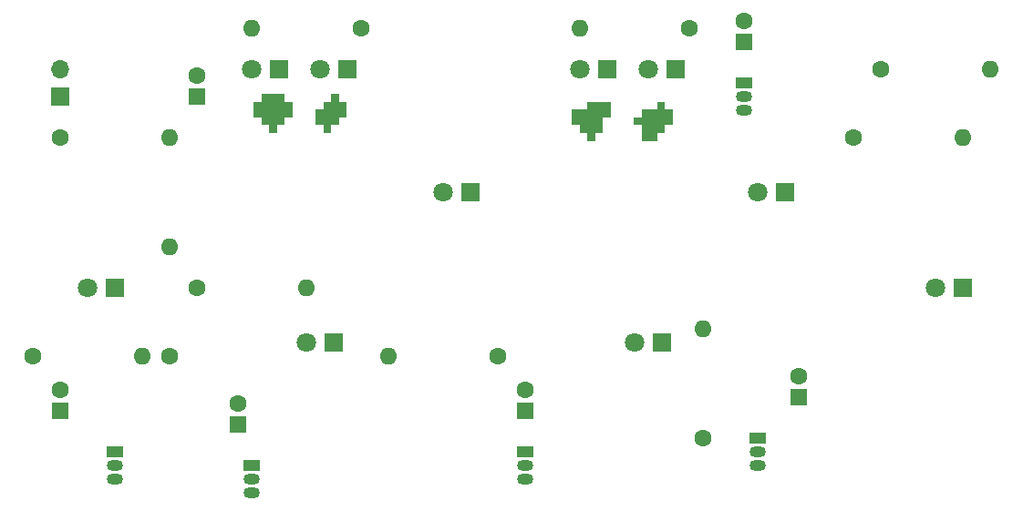
<source format=gbr>
%TF.GenerationSoftware,KiCad,Pcbnew,(6.0.1)*%
%TF.CreationDate,2022-02-03T11:52:22+01:00*%
%TF.ProjectId,ruetueta-pcb,72756574-7565-4746-912d-7063622e6b69,rev?*%
%TF.SameCoordinates,Original*%
%TF.FileFunction,Soldermask,Bot*%
%TF.FilePolarity,Negative*%
%FSLAX46Y46*%
G04 Gerber Fmt 4.6, Leading zero omitted, Abs format (unit mm)*
G04 Created by KiCad (PCBNEW (6.0.1)) date 2022-02-03 11:52:22*
%MOMM*%
%LPD*%
G01*
G04 APERTURE LIST*
%ADD10R,1.800000X1.800000*%
%ADD11C,1.800000*%
%ADD12C,1.600000*%
%ADD13O,1.600000X1.600000*%
%ADD14R,1.700000X1.700000*%
%ADD15O,1.700000X1.700000*%
%ADD16R,1.600000X1.600000*%
%ADD17R,1.500000X1.050000*%
%ADD18O,1.500000X1.050000*%
G04 APERTURE END LIST*
%TO.C,REF\u002A\u002A*%
G36*
X185906384Y-36028369D02*
G01*
X186626951Y-36028369D01*
X186626951Y-37469504D01*
X185906384Y-37469504D01*
X185906384Y-38190071D01*
X185185816Y-38190071D01*
X185185816Y-38910639D01*
X184465249Y-38910639D01*
X184465249Y-38190071D01*
X183744682Y-38190071D01*
X183744682Y-36748937D01*
X184465249Y-36748937D01*
X184465249Y-36028369D01*
X185185816Y-36028369D01*
X185185816Y-35307802D01*
X185906384Y-35307802D01*
X185906384Y-36028369D01*
G37*
G36*
X180862412Y-36028369D02*
G01*
X181582980Y-36028369D01*
X181582980Y-37469504D01*
X180862412Y-37469504D01*
X180862412Y-38190071D01*
X180141845Y-38190071D01*
X180141845Y-38910639D01*
X179421277Y-38910639D01*
X179421277Y-38190071D01*
X178700710Y-38190071D01*
X178700710Y-37469504D01*
X177980143Y-37469504D01*
X177980143Y-36028369D01*
X178700710Y-36028369D01*
X178700710Y-35307802D01*
X180862412Y-35307802D01*
X180862412Y-36028369D01*
G37*
G36*
X216170214Y-36748937D02*
G01*
X216890781Y-36748937D01*
X216890781Y-38190071D01*
X216170214Y-38190071D01*
X216170214Y-38910639D01*
X215449646Y-38910639D01*
X215449646Y-39631206D01*
X214008511Y-39631206D01*
X214008511Y-38190071D01*
X213287944Y-38190071D01*
X213287944Y-37469504D01*
X214008511Y-37469504D01*
X214008511Y-36748937D01*
X215449646Y-36748937D01*
X215449646Y-36028369D01*
X216170214Y-36028369D01*
X216170214Y-36748937D01*
G37*
G36*
X211126242Y-37469504D02*
G01*
X210405675Y-37469504D01*
X210405675Y-38910639D01*
X209685107Y-38910639D01*
X209685107Y-39631206D01*
X208964540Y-39631206D01*
X208964540Y-38910639D01*
X208243972Y-38910639D01*
X208243972Y-38190071D01*
X207523405Y-38190071D01*
X207523405Y-36748937D01*
X208964540Y-36748937D01*
X208964540Y-36028369D01*
X211126242Y-36028369D01*
X211126242Y-37469504D01*
G37*
%TD*%
D10*
%TO.C,D2*%
X215900000Y-58420000D03*
D11*
X213360000Y-58420000D03*
%TD*%
D10*
%TO.C,D5*%
X198120000Y-44450000D03*
D11*
X195580000Y-44450000D03*
%TD*%
D10*
%TO.C,D1*%
X165100000Y-53340000D03*
D11*
X162560000Y-53340000D03*
%TD*%
D10*
%TO.C,D3*%
X185420000Y-58420000D03*
D11*
X182880000Y-58420000D03*
%TD*%
D10*
%TO.C,D4*%
X227330000Y-44450000D03*
D11*
X224790000Y-44450000D03*
%TD*%
D10*
%TO.C,D6*%
X243840000Y-53340000D03*
D11*
X241300000Y-53340000D03*
%TD*%
D12*
%TO.C,R5*%
X200660000Y-59690000D03*
D13*
X190500000Y-59690000D03*
%TD*%
D12*
%TO.C,R8*%
X233680000Y-39370000D03*
D13*
X243840000Y-39370000D03*
%TD*%
D14*
%TO.C,J1*%
X160020000Y-35560000D03*
D15*
X160020000Y-33020000D03*
%TD*%
D16*
%TO.C,C3*%
X176530000Y-66040000D03*
D12*
X176530000Y-64040000D03*
%TD*%
D16*
%TO.C,C5*%
X228600000Y-63500000D03*
D12*
X228600000Y-61500000D03*
%TD*%
%TO.C,R9*%
X218440000Y-29210000D03*
D13*
X208280000Y-29210000D03*
%TD*%
D17*
%TO.C,Q4*%
X224790000Y-67310000D03*
D18*
X224790000Y-68580000D03*
X224790000Y-69850000D03*
%TD*%
D12*
%TO.C,R10*%
X236220000Y-33020000D03*
D13*
X246380000Y-33020000D03*
%TD*%
D16*
%TO.C,C1*%
X172720000Y-35560000D03*
D12*
X172720000Y-33560000D03*
%TD*%
D16*
%TO.C,C2*%
X160020000Y-64770000D03*
D12*
X160020000Y-62770000D03*
%TD*%
D17*
%TO.C,Q3*%
X203200000Y-68580000D03*
D18*
X203200000Y-69850000D03*
X203200000Y-71120000D03*
%TD*%
D10*
%TO.C,D9*%
X210820000Y-33020000D03*
D11*
X208280000Y-33020000D03*
%TD*%
D17*
%TO.C,Q2*%
X177800000Y-69850000D03*
D18*
X177800000Y-71120000D03*
X177800000Y-72390000D03*
%TD*%
D17*
%TO.C,Q1*%
X165100000Y-68580000D03*
D18*
X165100000Y-69850000D03*
X165100000Y-71120000D03*
%TD*%
D17*
%TO.C,Q5*%
X223520000Y-34290000D03*
D18*
X223520000Y-35560000D03*
X223520000Y-36830000D03*
%TD*%
D16*
%TO.C,C4*%
X203200000Y-64770000D03*
D12*
X203200000Y-62770000D03*
%TD*%
D10*
%TO.C,D8*%
X186690000Y-33020000D03*
D11*
X184150000Y-33020000D03*
%TD*%
D10*
%TO.C,D10*%
X217170000Y-33020000D03*
D11*
X214630000Y-33020000D03*
%TD*%
D12*
%TO.C,R4*%
X170180000Y-59690000D03*
D13*
X170180000Y-49530000D03*
%TD*%
D12*
%TO.C,R7*%
X187960000Y-29210000D03*
D13*
X177800000Y-29210000D03*
%TD*%
D12*
%TO.C,R3*%
X172720000Y-53340000D03*
D13*
X182880000Y-53340000D03*
%TD*%
D12*
%TO.C,R1*%
X160020000Y-39370000D03*
D13*
X170180000Y-39370000D03*
%TD*%
D16*
%TO.C,C6*%
X223520000Y-30480000D03*
D12*
X223520000Y-28480000D03*
%TD*%
%TO.C,R2*%
X157480000Y-59690000D03*
D13*
X167640000Y-59690000D03*
%TD*%
D10*
%TO.C,D7*%
X180340000Y-33020000D03*
D11*
X177800000Y-33020000D03*
%TD*%
D12*
%TO.C,R6*%
X219710000Y-67310000D03*
D13*
X219710000Y-57150000D03*
%TD*%
M02*

</source>
